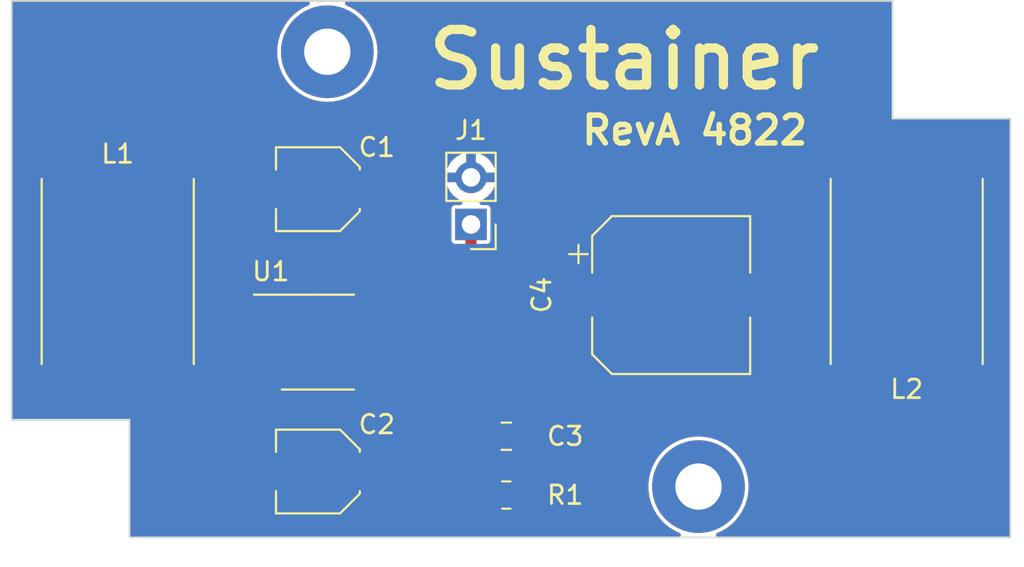
<source format=kicad_pcb>
(kicad_pcb (version 20211014) (generator pcbnew)
  (title_block (title "Sustainer") (rev "A"))
  (layers (0 "F.Cu" signal) (31 "B.Cu" signal) (34 "B.Paste" user) (35 "F.Paste" user) (36 "B.SilkS" user "B.Silkscreen") (37 "F.SilkS" user "F.Silkscreen") (38 "B.Mask" user) (39 "F.Mask" user) (44 "Edge.Cuts" user))
  (net 0 "")
  (net 1 "/GAIN2")
  (net 2 "GND")
  (net 3 "/GAIN1")
  (net 4 "/BYPASS1")
  (net 5 "Net-(C3-Pad1)")
  (net 6 "Net-(C3-Pad2)")
  (net 7 "+5V")
  (net 8 "Net-(C4-Pad2)")
  (net 9 "Net-(L1-Pad2)")
  (footprint "Connector_PinHeader_2.54mm:PinHeader_1x02_P2.54mm_Vertical" (layer "F.Cu") (at 101.092 56.134 180)
    (fp_text reference "J1" (at 0 5.085) (layer "F.SilkS"))
    (fp_text value "Conn_01x02")
    (fp_line (start -1.33 1.27) (end -1.33 3.87) (layer "F.SilkS") (width 0.12))
    (fp_line (start 1.33 1.27) (end 1.33 3.87) (layer "F.SilkS") (width 0.12))
    (fp_line (start -1.33 0) (end -1.33 -1.33) (layer "F.SilkS") (width 0.12))
    (fp_line (start -1.33 -1.33) (end 0 -1.33) (layer "F.SilkS") (width 0.12))
    (fp_line (start -1.33 1.27) (end 1.33 1.27) (layer "F.SilkS") (width 0.12))
    (fp_line (start -1.33 3.87) (end 1.33 3.87) (layer "F.SilkS") (width 0.12))
    (pad "1" thru_hole rect (at 0 0 180) (size 1.7 1.7) (drill 1) (layers *.Cu *.Mask) (net 7 "+5V"))
    (pad "2" thru_hole oval (at 0 2.54 180) (size 1.7 1.7) (drill 1) (layers *.Cu *.Mask) (net 2 "GND"))
  )
  (footprint "Package_SO:SOIC-8_3.9x4.9mm_P1.27mm" (layer "F.Cu") (at 92.837 62.484)
    (fp_text reference "U1" (at -2.54 -3.81) (layer "F.SilkS"))
    (fp_text value "LM386")
    (fp_line (start 0 -2.56) (end 1.95 -2.56) (layer "F.SilkS") (width 0.12))
    (fp_line (start 0 2.56) (end 1.95 2.56) (layer "F.SilkS") (width 0.12))
    (fp_line (start 0 2.56) (end -1.95 2.56) (layer "F.SilkS") (width 0.12))
    (fp_line (start 0 -2.56) (end -3.45 -2.56) (layer "F.SilkS") (width 0.12))
    (pad "1" smd roundrect (at -2.475 -1.905) (size 1.95 0.6) (layers "F.Cu" "F.Paste" "F.Mask") (net 3 "/GAIN1"))
    (pad "2" smd roundrect (at -2.475 -0.635) (size 1.95 0.6) (layers "F.Cu" "F.Paste" "F.Mask") (net 2 "GND"))
    (pad "3" smd roundrect (at -2.475 0.635) (size 1.95 0.6) (layers "F.Cu" "F.Paste" "F.Mask") (net 9 "Net-(L1-Pad2)"))
    (pad "4" smd roundrect (at -2.475 1.905) (size 1.95 0.6) (layers "F.Cu" "F.Paste" "F.Mask") (net 2 "GND"))
    (pad "5" smd roundrect (at 2.475 1.905) (size 1.95 0.6) (layers "F.Cu" "F.Paste" "F.Mask") (net 6 "Net-(C3-Pad2)"))
    (pad "6" smd roundrect (at 2.475 0.635) (size 1.95 0.6) (layers "F.Cu" "F.Paste" "F.Mask") (net 7 "+5V"))
    (pad "7" smd roundrect (at 2.475 -0.635) (size 1.95 0.6) (layers "F.Cu" "F.Paste" "F.Mask") (net 4 "/BYPASS1"))
    (pad "8" smd roundrect (at 2.475 -1.905) (size 1.95 0.6) (layers "F.Cu" "F.Paste" "F.Mask") (net 1 "/GAIN2"))
  )
  (footprint "Capacitor_SMD:C_Elec_4x5.8" (layer "F.Cu") (at 92.837 69.469 180)
    (fp_text reference "C2" (at -3.175 2.54) (layer "F.SilkS"))
    (fp_text value "10uF")
    (fp_line (start -2.26 -1.195563) (end -2.26 -1.06) (layer "F.SilkS") (width 0.12))
    (fp_line (start -2.26 -1.195563) (end -1.195563 -2.26) (layer "F.SilkS") (width 0.12))
    (fp_line (start -2.26 1.195563) (end -1.195563 2.26) (layer "F.SilkS") (width 0.12))
    (fp_line (start 2.26 2.26) (end 2.26 1.06) (layer "F.SilkS") (width 0.12))
    (fp_line (start -1.195563 2.26) (end 2.26 2.26) (layer "F.SilkS") (width 0.12))
    (fp_line (start -1.195563 -2.26) (end 2.26 -2.26) (layer "F.SilkS") (width 0.12))
    (fp_line (start 2.26 -2.26) (end 2.26 -1.06) (layer "F.SilkS") (width 0.12))
    (fp_line (start -2.26 1.195563) (end -2.26 1.06) (layer "F.SilkS") (width 0.12))
    (pad "1" smd roundrect (at -1.675 0 180) (size 2.65 1.6) (layers "F.Cu" "F.Paste" "F.Mask") (roundrect_rratio 0.15625) (net 4 "/BYPASS1"))
    (pad "2" smd roundrect (at 1.675 0 180) (size 2.65 1.6) (layers "F.Cu" "F.Paste" "F.Mask") (roundrect_rratio 0.15625) (net 2 "GND"))
  )
  (footprint "MountingHole:MountingHole_2.5mm_Pad_TopBottom" (layer "F.Cu") (at 93.345 46.8122)
    (fp_text reference "H1" hide)
    (fp_text value "MountingHole")
    (pad "1" thru_hole circle locked (at 0 0) (size 2.9 2.9) (drill 2.5) (layers *.Cu *.Mask))
    (pad "1" connect circle locked (at 0 0) (size 5 5) (layers "B.Cu" "B.Mask"))
    (pad "1" connect circle locked (at 0 0) (size 5 5) (layers "F.Cu" "F.Mask"))
  )
  (footprint "Resistor_SMD:R_0805_2012Metric_Pad1.20x1.40mm_HandSolder" (layer "F.Cu") (at 102.997 70.739 180)
    (fp_text reference "R1" (at -3.175 0 180) (layer "F.SilkS"))
    (fp_text value "10R")
    (fp_line (start -0.227064 -0.735) (end 0.227064 -0.735) (layer "F.SilkS") (width 0.12))
    (fp_line (start -0.227064 0.735) (end 0.227064 0.735) (layer "F.SilkS") (width 0.12))
    (pad "1" smd roundrect (at -1 0 180) (size 1.2 1.4) (layers "F.Cu" "F.Paste" "F.Mask") (roundrect_rratio 0.2083333333) (net 5 "Net-(C3-Pad1)"))
    (pad "2" smd roundrect (at 1 0 180) (size 1.2 1.4) (layers "F.Cu" "F.Paste" "F.Mask") (roundrect_rratio 0.2083333333) (net 2 "GND"))
  )
  (footprint "Inductor_SMD:L_Taiyo-Yuden_NR-80xx_HandSoldering" (layer "F.Cu") (at 124.587 58.674 90)
    (fp_text reference "L2" (at -6.35 0 180) (layer "F.SilkS"))
    (fp_text value "L_Iron")
    (fp_line (start -5 -4.1) (end 5 -4.1) (layer "F.SilkS") (width 0.12))
    (fp_line (start -5 4.1) (end 5 4.1) (layer "F.SilkS") (width 0.12))
    (pad "1" smd rect (at -3.45 0 90) (size 3.1 7.7) (layers "F.Cu" "F.Paste" "F.Mask") (net 8 "Net-(C4-Pad2)"))
    (pad "2" smd rect (at 3.45 0 90) (size 3.1 7.7) (layers "F.Cu" "F.Paste" "F.Mask") (net 2 "GND"))
  )
  (footprint "Capacitor_SMD:C_Elec_4x5.8" (layer "F.Cu") (at 92.837 54.229 180)
    (fp_text reference "C1" (at -3.175 2.26) (layer "F.SilkS"))
    (fp_text value "10uF")
    (fp_line (start -2.26 1.195563) (end -2.26 1.06) (layer "F.SilkS") (width 0.12))
    (fp_line (start 2.26 2.26) (end 2.26 1.06) (layer "F.SilkS") (width 0.12))
    (fp_line (start -2.26 -1.195563) (end -1.195563 -2.26) (layer "F.SilkS") (width 0.12))
    (fp_line (start 2.26 -2.26) (end 2.26 -1.06) (layer "F.SilkS") (width 0.12))
    (fp_line (start -2.26 1.195563) (end -1.195563 2.26) (layer "F.SilkS") (width 0.12))
    (fp_line (start -2.26 -1.195563) (end -2.26 -1.06) (layer "F.SilkS") (width 0.12))
    (fp_line (start -1.195563 2.26) (end 2.26 2.26) (layer "F.SilkS") (width 0.12))
    (fp_line (start -1.195563 -2.26) (end 2.26 -2.26) (layer "F.SilkS") (width 0.12))
    (pad "1" smd roundrect (at -1.675 0 180) (size 2.65 1.6) (layers "F.Cu" "F.Paste" "F.Mask") (roundrect_rratio 0.15625) (net 1 "/GAIN2"))
    (pad "2" smd roundrect (at 1.675 0 180) (size 2.65 1.6) (layers "F.Cu" "F.Paste" "F.Mask") (roundrect_rratio 0.15625) (net 3 "/GAIN1"))
  )
  (footprint "Capacitor_SMD:CP_Elec_8x6.9" (layer "F.Cu") (at 111.887 59.944)
    (fp_text reference "C4" (at -6.985 0 90) (layer "F.SilkS"))
    (fp_text value "220uF")
    (fp_line (start -4.26 3.195563) (end -3.195563 4.26) (layer "F.SilkS") (width 0.12))
    (fp_line (start -3.195563 4.26) (end 4.26 4.26) (layer "F.SilkS") (width 0.12))
    (fp_line (start -5 -2.71) (end -5 -1.71) (layer "F.SilkS") (width 0.12))
    (fp_line (start -4.26 -3.195563) (end -4.26 -1.21) (layer "F.SilkS") (width 0.12))
    (fp_line (start -5.5 -2.21) (end -4.5 -2.21) (layer "F.SilkS") (width 0.12))
    (fp_line (start -3.195563 -4.26) (end 4.26 -4.26) (layer "F.SilkS") (width 0.12))
    (fp_line (start -4.26 -3.195563) (end -3.195563 -4.26) (layer "F.SilkS") (width 0.12))
    (fp_line (start 4.26 -4.26) (end 4.26 -1.21) (layer "F.SilkS") (width 0.12))
    (fp_line (start -4.26 3.195563) (end -4.26 1.21) (layer "F.SilkS") (width 0.12))
    (fp_line (start 4.26 4.26) (end 4.26 1.21) (layer "F.SilkS") (width 0.12))
    (pad "1" smd roundrect (at -3.475 0) (size 4.15 1.9) (layers "F.Cu" "F.Paste" "F.Mask") (roundrect_rratio 0.1315789474) (net 6 "Net-(C3-Pad2)"))
    (pad "2" smd roundrect (at 3.475 0) (size 4.15 1.9) (layers "F.Cu" "F.Paste" "F.Mask") (roundrect_rratio 0.1315789474) (net 8 "Net-(C4-Pad2)"))
  )
  (footprint "Capacitor_SMD:C_0805_2012Metric_Pad1.18x1.45mm_HandSolder" (layer "F.Cu") (at 102.997 67.564 180)
    (fp_text reference "C3" (at -3.175 0 180) (layer "F.SilkS"))
    (fp_text value "47nF")
    (fp_line (start -0.261252 -0.735) (end 0.261252 -0.735) (layer "F.SilkS") (width 0.12))
    (fp_line (start -0.261252 0.735) (end 0.261252 0.735) (layer "F.SilkS") (width 0.12))
    (pad "1" smd roundrect (at -1.0375 0 180) (size 1.175 1.45) (layers "F.Cu" "F.Paste" "F.Mask") (roundrect_rratio 0.2127659574) (net 5 "Net-(C3-Pad1)"))
    (pad "2" smd roundrect (at 1.0375 0 180) (size 1.175 1.45) (layers "F.Cu" "F.Paste" "F.Mask") (roundrect_rratio 0.2127659574) (net 6 "Net-(C3-Pad2)"))
  )
  (footprint "MountingHole:MountingHole_2.5mm_Pad_TopBottom" (layer "F.Cu") (at 113.3602 70.2818)
    (fp_text reference "H2" hide)
    (fp_text value "MountingHole")
    (pad "1" thru_hole circle locked (at 0 0) (size 2.9 2.9) (drill 2.5) (layers *.Cu *.Mask))
    (pad "1" connect circle locked (at 0 0) (size 5 5) (layers "F.Cu" "F.Mask"))
    (pad "1" connect circle locked (at 0 0) (size 5 5) (layers "B.Cu" "B.Mask"))
  )
  (footprint "Inductor_SMD:L_Taiyo-Yuden_NR-80xx_HandSoldering" (layer "F.Cu") (at 82.042 58.674 -90)
    (fp_text reference "L1" (at -6.35 0 180) (layer "F.SilkS"))
    (fp_text value "L_Iron")
    (fp_line (start -5 -4.1) (end 5 -4.1) (layer "F.SilkS") (width 0.12))
    (fp_line (start -5 4.1) (end 5 4.1) (layer "F.SilkS") (width 0.12))
    (pad "1" smd rect (at -3.45 0 270) (size 3.1 7.7) (layers "F.Cu" "F.Paste" "F.Mask") (net 2 "GND"))
    (pad "2" smd rect (at 3.45 0 270) (size 3.1 7.7) (layers "F.Cu" "F.Paste" "F.Mask") (net 9 "Net-(L1-Pad2)"))
  )
  (gr_line (start 130.175 50.419) (end 130.175 73.025) (layer "Edge.Cuts") (width 0.1))
  (gr_line (start 130.175 73.025) (end 82.677 73.025) (layer "Edge.Cuts") (width 0.1))
  (gr_line (start 76.327 44.069) (end 123.825 44.069) (layer "Edge.Cuts") (width 0.1))
  (gr_line (start 123.825 44.069) (end 123.825 50.419) (layer "Edge.Cuts") (width 0.1))
  (gr_line (start 76.327 66.675) (end 76.327 44.069) (layer "Edge.Cuts") (width 0.1))
  (gr_line (start 82.677 66.675) (end 76.327 66.675) (layer "Edge.Cuts") (width 0.1))
  (gr_line (start 123.825 50.419) (end 130.175 50.419) (layer "Edge.Cuts") (width 0.1))
  (gr_line (start 82.677 66.675) (end 82.677 73.025) (layer "Edge.Cuts") (width 0.1))
  (gr_text "Sustainer" (at 109.347 47.244) (layer "F.SilkS") (effects (font (size 3 3) (thickness 0.5))))
  (gr_text "RevA 4822" (at 113.157 51.054) (layer "F.SilkS") (effects (font (size 1.5 1.5) (thickness 0.3))))
  (segment (start 95.312 55.029) (end 94.512 54.229) (width 0.6) (layer "F.Cu") (net 1))
  (segment (start 95.312 60.579) (end 95.312 55.029) (width 0.6) (layer "F.Cu") (net 1))
  (segment (start 90.362 60.579) (end 90.362 55.029) (width 0.6) (layer "F.Cu") (net 3))
  (segment (start 90.362 55.029) (end 91.162 54.229) (width 0.6) (layer "F.Cu") (net 3))
  (segment (start 93.472 61.849) (end 93.472 66.294) (width 0.6) (layer "F.Cu") (net 4))
  (segment (start 94.512 67.334) (end 93.472 66.294) (width 0.6) (layer "F.Cu") (net 4))
  (segment (start 95.312 61.849) (end 93.472 61.849) (width 0.6) (layer "F.Cu") (net 4))
  (segment (start 94.512 69.469) (end 94.512 67.334) (width 0.6) (layer "F.Cu") (net 4))
  (segment (start 103.997 70.739) (end 103.997 67.6015) (width 0.6) (layer "F.Cu") (net 5))
  (segment (start 103.997 67.6015) (end 104.0345 67.564) (width 0.6) (layer "F.Cu") (net 5))
  (segment (start 98.552 67.564) (end 101.9595 67.564) (width 0.6) (layer "F.Cu") (net 6))
  (segment (start 95.377 64.389) (end 98.552 67.564) (width 0.6) (layer "F.Cu") (net 6))
  (segment (start 95.312 64.389) (end 95.377 64.389) (width 0.6) (layer "F.Cu") (net 6))
  (segment (start 101.9595 66.3965) (end 108.412 59.944) (width 0.6) (layer "F.Cu") (net 6))
  (segment (start 101.9595 67.564) (end 101.9595 66.3965) (width 0.6) (layer "F.Cu") (net 6))
  (segment (start 101.092 59.944) (end 101.092 56.134) (width 0.6) (layer "F.Cu") (net 7))
  (segment (start 97.917 63.119) (end 101.092 59.944) (width 0.6) (layer "F.Cu") (net 7))
  (segment (start 95.312 63.119) (end 97.917 63.119) (width 0.6) (layer "F.Cu") (net 7))
  (segment (start 124.587 62.124) (end 117.542 62.124) (width 0.6) (layer "F.Cu") (net 8))
  (segment (start 117.542 62.124) (end 115.362 59.944) (width 0.6) (layer "F.Cu") (net 8))
  (segment (start 90.362 63.119) (end 83.037 63.119) (width 0.6) (layer "F.Cu") (net 9))
  (segment (start 83.037 63.119) (end 82.042 62.124) (width 0.6) (layer "F.Cu") (net 9))
  (zone (net 2) (net_name "GND") (layers F&B.Cu) (connect_pads (clearance 0)) (min_thickness 0.254) (fill yes (thermal_gap 0.508) (thermal_bridge_width 0.508))
    (polygon (pts (xy 130.302 73.914) (xy 76.327 73.914) (xy 76.327 44.069) (xy 130.302 44.069)))
  )
)
</source>
